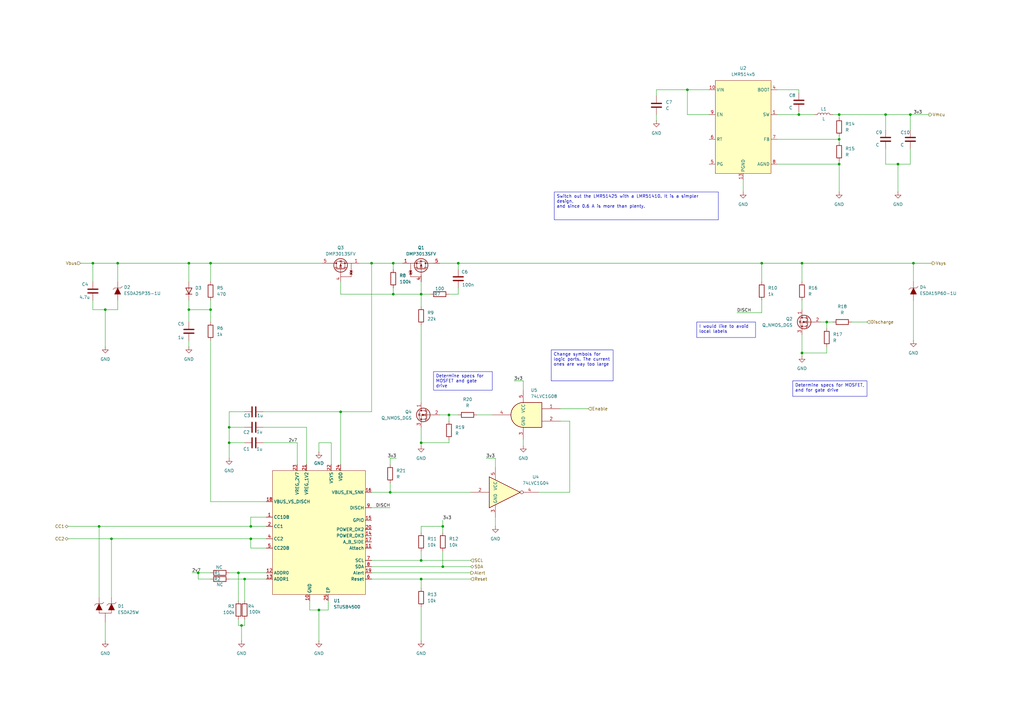
<source format=kicad_sch>
(kicad_sch (version 20231120) (generator "eeschema") (generator_version "8.0")
  (paper "A3")
  (lib_symbols
    (symbol "74xGxx:74LVC1G04"
      (property "Reference" "U" (at 0 7.62 0))
      (property "Value" "74LVC1G04" (at 5.08 -7.62 0))
      (symbol "74LVC1G04_0_1"
        (polyline (pts (xy -7.62 6.35) (xy -7.62 -6.35) (xy 5.08 0) (xy -7.62 6.35)) (stroke (width 0.254)) (fill (type background)))
      )
      (symbol "74LVC1G04_1_1"
        (pin input line (at -15.24 0 0) (length 7.62) (name "~") (number "2"))
        (pin power_in line (at -5.08 -10.16 90) (length 5.08) (name "GND") (number "3"))
        (pin output inverted (at 12.7 0 180) (length 7.62) (name "~") (number "4"))
        (pin power_in line (at -5.08 10.16 270) (length 5.08) (name "VCC") (number "5"))
      )
    )
    (symbol "74xGxx:74LVC1G08"
      (property "Reference" "U" (at -5.08 7.62 0))
      (property "Value" "74LVC1G08" (at 7.62 -7.62 0))
      (symbol "74LVC1G08_0_1"
        (arc (start 0 -5.08) (mid 5.0579 0) (end 0 5.08) (stroke (width 0.254)) (fill (type background)))
        (polyline (pts (xy 0 -5.08) (xy -7.62 -5.08) (xy -7.62 5.08) (xy 0 5.08)) (stroke (width 0.254)) (fill (type background)))
      )
      (symbol "74LVC1G08_1_1"
        (pin input line (at -15.24 2.54 0) (length 7.62) (name "~") (number "1"))
        (pin input line (at -15.24 -2.54 0) (length 7.62) (name "~") (number "2"))
        (pin power_in line (at 0 -10.16 90) (length 5.08) (name "GND") (number "3"))
        (pin output line (at 12.7 0 180) (length 7.62) (name "~") (number "4"))
        (pin power_in line (at 0 10.16 270) (length 5.08) (name "VCC") (number "5"))
      )
    )
    (symbol "Device:C" (pin_numbers hide) (pin_names (offset 0.254))
      (property "Reference" "C" (at 0.635 2.54 0))
      (property "Value" "C" (at 0.635 -2.54 0))
      (symbol "C_0_1"
        (polyline (pts (xy -2.032 -0.762) (xy 2.032 -0.762)) (stroke (width 0.508)))
        (polyline (pts (xy -2.032 0.762) (xy 2.032 0.762)) (stroke (width 0.508)))
      )
      (symbol "C_1_1"
        (pin passive line (at 0 3.81 270) (length 2.794) (name "~") (number "1"))
        (pin passive line (at 0 -3.81 90) (length 2.794) (name "~") (number "2"))
      )
    )
    (symbol "Device:D" (pin_numbers hide) (pin_names (offset 1.016) hide)
      (property "Reference" "D" (at 0 2.54 0))
      (property "Value" "D" (at 0 -2.54 0))
      (symbol "D_0_1"
        (polyline (pts (xy -1.27 1.27) (xy -1.27 -1.27)) (stroke (width 0.254)))
        (polyline (pts (xy 1.27 0) (xy -1.27 0)))
        (polyline (pts (xy 1.27 1.27) (xy 1.27 -1.27) (xy -1.27 0) (xy 1.27 1.27)) (stroke (width 0.254)))
      )
      (symbol "D_1_1"
        (pin passive line (at -3.81 0 0) (length 2.54) (name "K") (number "1"))
        (pin passive line (at 3.81 0 180) (length 2.54) (name "A") (number "2"))
      )
    )
    (symbol "Device:L" (pin_numbers hide) (pin_names (offset 1.016) hide)
      (property "Reference" "L" (at -1.27 0 90))
      (property "Value" "L" (at 1.905 0 90))
      (symbol "L_0_1"
        (arc (start 0 -2.54) (mid 0.6323 -1.905) (end 0 -1.27))
        (arc (start 0 -1.27) (mid 0.6323 -0.635) (end 0 0))
        (arc (start 0 0) (mid 0.6323 0.635) (end 0 1.27))
        (arc (start 0 1.27) (mid 0.6323 1.905) (end 0 2.54))
      )
      (symbol "L_1_1"
        (pin passive line (at 0 3.81 270) (length 1.27) (name "1") (number "1"))
        (pin passive line (at 0 -3.81 90) (length 1.27) (name "2") (number "2"))
      )
    )
    (symbol "Device:Q_NMOS_DGS" (pin_names (offset 0) hide)
      (property "Reference" "Q" (at 5.08 1.27 0))
      (property "Value" "Q_NMOS_DGS" (at 5.08 -1.27 0))
      (symbol "Q_NMOS_DGS_0_1"
        (polyline (pts (xy 0.254 0) (xy -2.54 0)))
        (polyline (pts (xy 0.254 1.905) (xy 0.254 -1.905)) (stroke (width 0.254)))
        (polyline (pts (xy 0.762 -1.27) (xy 0.762 -2.286)) (stroke (width 0.254)))
        (polyline (pts (xy 0.762 0.508) (xy 0.762 -0.508)) (stroke (width 0.254)))
        (polyline (pts (xy 0.762 2.286) (xy 0.762 1.27)) (stroke (width 0.254)))
        (polyline (pts (xy 2.54 2.54) (xy 2.54 1.778)))
        (polyline (pts (xy 2.54 -2.54) (xy 2.54 0) (xy 0.762 0)))
        (polyline (pts (xy 0.762 -1.778) (xy 3.302 -1.778) (xy 3.302 1.778) (xy 0.762 1.778)))
        (polyline (pts (xy 1.016 0) (xy 2.032 0.381) (xy 2.032 -0.381) (xy 1.016 0)) (fill (type outline)))
        (polyline (pts (xy 2.794 0.508) (xy 2.921 0.381) (xy 3.683 0.381) (xy 3.81 0.254)))
        (polyline (pts (xy 3.302 0.381) (xy 2.921 -0.254) (xy 3.683 -0.254) (xy 3.302 0.381)))
        (circle (center 1.651 0) (radius 2.794) (stroke (width 0.254)))
        (circle (center 2.54 -1.778) (radius 0.254) (fill (type outline)))
        (circle (center 2.54 1.778) (radius 0.254) (fill (type outline)))
      )
      (symbol "Q_NMOS_DGS_1_1"
        (pin passive line (at 2.54 5.08 270) (length 2.54) (name "D") (number "1"))
        (pin input line (at -5.08 0 0) (length 2.54) (name "G") (number "2"))
        (pin passive line (at 2.54 -5.08 90) (length 2.54) (name "S") (number "3"))
      )
    )
    (symbol "Device:R" (pin_numbers hide) (pin_names (offset 0))
      (property "Reference" "R" (at 2.032 0 90))
      (property "Value" "R" (at 0 0 90))
      (symbol "R_0_1"
        (rectangle (start -1.016 -2.54) (end 1.016 2.54) (stroke (width 0.254)))
      )
      (symbol "R_1_1"
        (pin passive line (at 0 3.81 270) (length 1.27) (name "~") (number "1"))
        (pin passive line (at 0 -3.81 90) (length 1.27) (name "~") (number "2"))
      )
    )
    (symbol "Pyllr_Converter_DCDC:LMR514x5"
      (property "Reference" "U" (at 0 2.54 0))
      (property "Value" "LMR514x5" (at 0.254 0.254 0))
      (symbol "LMR514x5_1_1"
        (rectangle (start -11.43 19.05) (end 11.43 -19.05) (fill (type background)))
        (pin power_out line (at 13.97 5.08 180) (length 2.54) (name "SW") (number "1"))
        (pin power_in line (at -13.97 15.24 0) (length 2.54) (name "VIN") (number "10"))
        (pin power_in line (at -13.97 15.24 0) (length 2.54) hide (name "VIN") (number "11"))
        (pin power_in line (at -13.97 15.24 0) (length 2.54) hide (name "VIN") (number "12"))
        (pin power_out line (at 0 -21.59 90) (length 2.54) (name "PGND") (number "13"))
        (pin power_out line (at 13.97 5.08 180) (length 2.54) hide (name "SW") (number "2"))
        (pin power_out line (at 13.97 5.08 180) (length 2.54) hide (name "SW") (number "3"))
        (pin passive line (at 13.97 15.24 180) (length 2.54) (name "BOOT") (number "4"))
        (pin open_collector line (at -13.97 -15.24 0) (length 2.54) (name "PG") (number "5"))
        (pin passive line (at -13.97 -5.08 0) (length 2.54) (name "RT") (number "6"))
        (pin passive line (at 13.97 -5.08 180) (length 2.54) (name "FB") (number "7"))
        (pin power_out line (at 13.97 -15.24 180) (length 2.54) (name "AGND") (number "8"))
        (pin input line (at -13.97 5.08 0) (length 2.54) (name "EN") (number "9"))
      )
    )
    (symbol "Pyllr_Interface_USB:STUSB4500QTR"
      (property "Reference" "U" (at 0.127 1.905 0))
      (property "Value" "STUSB4500" (at -0.127 -0.381 0))
      (symbol "STUSB4500QTR_1_1"
        (rectangle (start -19.05 25.4) (end 19.05 -25.4) (fill (type background)))
        (pin bidirectional line (at -21.59 6.35 0) (length 2.54) (name "CC1DB") (number "1"))
        (pin power_out line (at -3.81 -27.94 90) (length 2.54) (name "GND") (number "10"))
        (pin output line (at 21.59 -6.35 180) (length 2.54) (name "Attach") (number "11"))
        (pin input line (at -21.59 -16.51 0) (length 2.54) (name "ADDR0") (number "12"))
        (pin input line (at -21.59 -19.05 0) (length 2.54) (name "ADDR1") (number "13"))
        (pin output line (at 21.59 -1.27 180) (length 2.54) (name "POWER_OK3") (number "14"))
        (pin output line (at 21.59 5.08 180) (length 2.54) (name "GPIO") (number "15"))
        (pin open_collector line (at 21.59 16.51 180) (length 2.54) (name "VBUS_EN_SNK") (number "16"))
        (pin output line (at 21.59 -3.81 180) (length 2.54) (name "A_B_SIDE") (number "17"))
        (pin open_collector line (at -21.59 12.7 0) (length 2.54) (name "VBUS_VS_DISCH") (number "18"))
        (pin output line (at 21.59 -16.51 180) (length 2.54) (name "Alert") (number "19"))
        (pin bidirectional line (at -21.59 2.54 0) (length 2.54) (name "CC1") (number "2"))
        (pin output line (at 21.59 1.27 180) (length 2.54) (name "POWER_OK2") (number "20"))
        (pin power_out line (at -5.08 27.94 270) (length 2.54) (name "VREG_1V2") (number "21"))
        (pin power_in line (at 5.08 27.94 270) (length 2.54) (name "VSYS") (number "22"))
        (pin power_out line (at -8.89 27.94 270) (length 2.54) (name "VREG_2V7") (number "23"))
        (pin power_in line (at 8.89 27.94 270) (length 2.54) (name "VDD") (number "24"))
        (pin power_out line (at 3.81 -27.94 90) (length 2.54) (name "EP") (number "25"))
        (pin no_connect line (at 0 -27.94 90) (length 2.54) hide (name "NC") (number "3"))
        (pin bidirectional line (at -21.59 -2.54 0) (length 2.54) (name "CC2") (number "4"))
        (pin bidirectional line (at -21.59 -6.35 0) (length 2.54) (name "CC2DB") (number "5"))
        (pin input line (at 21.59 -19.05 180) (length 2.54) (name "Reset") (number "6"))
        (pin input line (at 21.59 -11.43 180) (length 2.54) (name "SCL") (number "7"))
        (pin bidirectional line (at 21.59 -13.97 180) (length 2.54) (name "SDA") (number "8"))
        (pin open_collector line (at 21.59 10.16 180) (length 2.54) (name "DISCH") (number "9"))
      )
    )
    (symbol "Pyllr_Power_Protection:ESDA25W" (pin_numbers hide) (pin_names hide)
      (property "Reference" "D" (at 5.842 -0.127 0))
      (property "Value" "ESDA25W" (at 9.652 -2.286 0))
      (symbol "ESDA25W_0_1"
        (polyline (pts (xy 0 -2.54) (xy 0 -3.81)))
        (polyline (pts (xy 2.54 -1.27) (xy 2.54 -2.54) (xy -2.54 -2.54) (xy -2.54 -1.27)))
      )
      (symbol "ESDA25W_1_1"
        (polyline (pts (xy -2.54 1.27) (xy -3.81 1.27) (xy -4.445 0.635)))
        (polyline (pts (xy -2.54 1.27) (xy -1.27 1.27) (xy -0.635 1.905)))
        (polyline (pts (xy 2.54 1.27) (xy 1.27 1.27) (xy 0.635 0.635)))
        (polyline (pts (xy 2.54 1.27) (xy 3.81 1.27) (xy 4.445 1.905)))
        (polyline (pts (xy -3.81 -1.27) (xy -1.27 -1.27) (xy -2.54 1.27) (xy -3.81 -1.27)) (fill (type outline)))
        (polyline (pts (xy 1.27 -1.27) (xy 3.81 -1.27) (xy 2.54 1.27) (xy 1.27 -1.27)) (fill (type outline)))
        (pin passive line (at 2.54 3.81 270) (length 2.54) (name "~") (number "1"))
        (pin passive line (at -2.54 3.81 270) (length 2.54) (name "~") (number "2"))
        (pin passive line (at 0 -6.35 90) (length 2.54) (name "~") (number "3"))
      )
    )
    (symbol "Pyllr_Power_Protection:ESDAxxPxx-1U" (pin_numbers hide) (pin_names hide)
      (property "Reference" "D" (at 3.683 1.27 0))
      (property "Value" "ESDAxxPxx-1U" (at 10.16 -1.143 0))
      (symbol "ESDAxxPxx-1U_1_1"
        (polyline (pts (xy 0 1.27) (xy -1.27 1.27) (xy -1.905 0.635)))
        (polyline (pts (xy 0 1.27) (xy 1.27 1.27) (xy 1.905 1.905)))
        (polyline (pts (xy -1.27 -1.27) (xy 1.27 -1.27) (xy 0 1.27) (xy -1.27 -1.27)) (fill (type outline)))
        (pin passive line (at 0 3.81 270) (length 2.54) (name "~") (number "1"))
        (pin passive line (at 0 -3.81 90) (length 2.54) (name "~") (number "2"))
      )
    )
    (symbol "Pyllr_Transistor_FET:DMP3013SFV"
      (property "Reference" "Q" (at 3.302 0.508 0))
      (property "Value" "DMP3013SFV" (at 8.89 -1.778 0))
      (symbol "DMP3013SFV_0_1"
        (circle (center -0.889 0) (radius 2.794) (stroke (width 0.254)))
        (circle (center 0 -1.778) (radius 0.254) (fill (type outline)))
        (polyline (pts (xy -2.286 0) (xy -5.08 0)))
        (polyline (pts (xy -2.286 1.905) (xy -2.286 -1.905)) (stroke (width 0.254)))
        (polyline (pts (xy -1.778 -1.27) (xy -1.778 -2.286)) (stroke (width 0.254)))
        (polyline (pts (xy -1.778 0.508) (xy -1.778 -0.508)) (stroke (width 0.254)))
        (polyline (pts (xy -1.778 2.286) (xy -1.778 1.27)) (stroke (width 0.254)))
        (polyline (pts (xy 0 -1.905) (xy 0 -5.08)))
        (polyline (pts (xy 0 2.54) (xy 0 1.778)))
        (polyline (pts (xy 0 5.08) (xy 0 1.905)))
        (polyline (pts (xy 0 -2.54) (xy 0 0) (xy -1.778 0)))
        (polyline (pts (xy -1.778 1.778) (xy 0.762 1.778) (xy 0.762 -1.778) (xy -1.778 -1.778)))
        (polyline (pts (xy -0.254 0) (xy -1.27 0.381) (xy -1.27 -0.381) (xy -0.254 0)) (fill (type outline)))
        (polyline (pts (xy 0.254 -0.508) (xy 0.381 -0.381) (xy 1.143 -0.381) (xy 1.27 -0.254)))
        (polyline (pts (xy 0.762 -0.381) (xy 0.381 0.254) (xy 1.143 0.254) (xy 0.762 -0.381)))
        (circle (center 0 1.778) (radius 0.254) (fill (type outline)))
      )
      (symbol "DMP3013SFV_1_1"
        (polyline (pts (xy -3.048 -4.318) (xy 0 -4.318)))
        (polyline (pts (xy -4.572 -4.318) (xy -5.588 -4.318) (xy -5.588 0)))
        (polyline (pts (xy -3.81 -4.318) (xy -3.81 -4.826) (xy -3.556 -5.08)))
        (polyline (pts (xy -3.81 -4.318) (xy -3.81 -3.81) (xy -4.064 -3.556)))
        (polyline (pts (xy -3.81 -4.318) (xy -4.572 -3.81) (xy -4.572 -4.826) (xy -3.81 -4.318)) (fill (type outline)))
        (polyline (pts (xy -3.81 -4.318) (xy -3.048 -4.826) (xy -3.048 -3.81) (xy -3.81 -4.318)) (fill (type outline)))
        (pin passive line (at 0 -7.62 90) (length 2.54) (name "~") (number "1"))
        (pin passive line (at 0 -7.62 90) (length 2.54) hide (name "~") (number "2"))
        (pin passive line (at 0 -7.62 90) (length 2.54) hide (name "~") (number "3"))
        (pin input line (at -7.62 0 0) (length 2.54) (name "~") (number "4"))
        (pin passive line (at 0 7.62 270) (length 2.54) (name "~") (number "5"))
      )
    )
    (symbol "power:GND" (power) (pin_numbers hide) (pin_names (offset 0) hide)
      (property "Value" "GND" (at 0 -3.81 0))
      (symbol "GND_0_1"
        (polyline (pts (xy 0 0) (xy 0 -1.27) (xy 1.27 -1.27) (xy 0 -2.54) (xy -1.27 -1.27) (xy 0 -1.27)))
      )
      (symbol "GND_1_1"
        (pin power_in line (at 0 0 270) (length 0) (name "~") (number "1"))
      )
    )
  )
  (junction (at 86.36 127))
  (junction (at 281.94 36.83))
  (junction (at 48.26 107.95))
  (junction (at 93.98 181.61))
  (junction (at 187.96 107.95))
  (junction (at 181.61 232.41))
  (junction (at 161.29 107.95))
  (junction (at 327.66 46.99))
  (junction (at 40.64 215.9))
  (junction (at 373.38 46.99))
  (junction (at 152.4 107.95))
  (junction (at 339.09 132.08))
  (junction (at 38.1 107.95))
  (junction (at 100.33 237.49))
  (junction (at 172.72 237.49))
  (junction (at 93.98 175.26))
  (junction (at 139.7 168.91))
  (junction (at 328.93 107.95))
  (junction (at 81.28 234.95))
  (junction (at 328.93 144.78))
  (junction (at 77.47 127))
  (junction (at 130.81 250.19))
  (junction (at 344.17 67.31))
  (junction (at 181.61 215.9))
  (junction (at 172.72 229.87))
  (junction (at 86.36 107.95))
  (junction (at 363.22 46.99))
  (junction (at 344.17 46.99))
  (junction (at 45.72 220.98))
  (junction (at 77.47 107.95))
  (junction (at 344.17 57.15))
  (junction (at 184.15 170.18))
  (junction (at 312.42 107.95))
  (junction (at 172.72 120.65))
  (junction (at 102.87 220.98))
  (junction (at 160.02 201.93))
  (junction (at 43.18 127))
  (junction (at 161.29 120.65))
  (junction (at 172.72 181.61))
  (junction (at 99.06 256.54))
  (junction (at 374.65 107.95))
  (junction (at 368.3 67.31))
  (junction (at 102.87 215.9))
  (junction (at 97.79 234.95))
  (wire (pts (xy 152.4 237.49) (xy 172.72 237.49)))
  (wire (pts (xy 374.65 123.19) (xy 374.65 139.7)))
  (wire (pts (xy 339.09 132.08) (xy 339.09 134.62)))
  (wire (pts (xy 77.47 107.95) (xy 77.47 115.57)))
  (wire (pts (xy 93.98 168.91) (xy 93.98 175.26)))
  (wire (pts (xy 172.72 120.65) (xy 172.72 125.73)))
  (wire (pts (xy 328.93 107.95) (xy 328.93 115.57)))
  (wire (pts (xy 40.64 215.9) (xy 40.64 245.11)))
  (wire (pts (xy 312.42 107.95) (xy 312.42 115.57)))
  (wire (pts (xy 48.26 107.95) (xy 77.47 107.95)))
  (wire (pts (xy 77.47 127) (xy 86.36 127)))
  (wire (pts (xy 269.24 36.83) (xy 281.94 36.83)))
  (wire (pts (xy 363.22 67.31) (xy 368.3 67.31)))
  (wire (pts (xy 363.22 60.96) (xy 363.22 67.31)))
  (wire (pts (xy 373.38 60.96) (xy 373.38 67.31)))
  (wire (pts (xy 172.72 181.61) (xy 184.15 181.61)))
  (wire (pts (xy 363.22 46.99) (xy 363.22 53.34)))
  (wire (pts (xy 203.2 187.96) (xy 199.39 187.96)))
  (wire (pts (xy 135.89 181.61) (xy 130.81 181.61)))
  (wire (pts (xy 86.36 139.7) (xy 86.36 205.74)))
  (wire (pts (xy 172.72 181.61) (xy 172.72 182.88)))
  (wire (pts (xy 318.77 36.83) (xy 327.66 36.83)))
  (wire (pts (xy 48.26 107.95) (xy 48.26 115.57)))
  (wire (pts (xy 130.81 250.19) (xy 134.62 250.19)))
  (wire (pts (xy 172.72 237.49) (xy 193.04 237.49)))
  (wire (pts (xy 195.58 170.18) (xy 201.93 170.18)))
  (wire (pts (xy 344.17 67.31) (xy 344.17 78.74)))
  (wire (pts (xy 130.81 262.89) (xy 130.81 250.19)))
  (wire (pts (xy 152.4 232.41) (xy 181.61 232.41)))
  (wire (pts (xy 344.17 46.99) (xy 363.22 46.99)))
  (wire (pts (xy 160.02 198.12) (xy 160.02 201.93)))
  (wire (pts (xy 109.22 220.98) (xy 102.87 220.98)))
  (wire (pts (xy 27.94 215.9) (xy 40.64 215.9)))
  (wire (pts (xy 135.89 190.5) (xy 135.89 181.61)))
  (wire (pts (xy 102.87 215.9) (xy 102.87 212.09)))
  (wire (pts (xy 180.34 107.95) (xy 187.96 107.95)))
  (wire (pts (xy 304.8 73.66) (xy 304.8 78.74)))
  (wire (pts (xy 125.73 175.26) (xy 125.73 190.5)))
  (wire (pts (xy 339.09 132.08) (xy 341.63 132.08)))
  (wire (pts (xy 130.81 250.19) (xy 127 250.19)))
  (wire (pts (xy 152.4 107.95) (xy 161.29 107.95)))
  (wire (pts (xy 344.17 46.99) (xy 344.17 48.26)))
  (wire (pts (xy 220.98 201.93) (xy 233.68 201.93)))
  (wire (pts (xy 99.06 256.54) (xy 100.33 256.54)))
  (wire (pts (xy 290.83 46.99) (xy 281.94 46.99)))
  (wire (pts (xy 38.1 127) (xy 43.18 127)))
  (wire (pts (xy 38.1 107.95) (xy 48.26 107.95)))
  (wire (pts (xy 210.82 156.21) (xy 214.63 156.21)))
  (wire (pts (xy 172.72 133.35) (xy 172.72 165.1)))
  (wire (pts (xy 77.47 107.95) (xy 86.36 107.95)))
  (wire (pts (xy 344.17 55.88) (xy 344.17 57.15)))
  (wire (pts (xy 312.42 107.95) (xy 328.93 107.95)))
  (wire (pts (xy 312.42 123.19) (xy 312.42 128.27)))
  (wire (pts (xy 127 250.19) (xy 127 246.38)))
  (wire (pts (xy 336.55 132.08) (xy 339.09 132.08)))
  (wire (pts (xy 187.96 118.11) (xy 187.96 120.65)))
  (wire (pts (xy 38.1 107.95) (xy 38.1 115.57)))
  (wire (pts (xy 93.98 175.26) (xy 93.98 181.61)))
  (wire (pts (xy 184.15 170.18) (xy 187.96 170.18)))
  (wire (pts (xy 130.81 181.61) (xy 130.81 185.42)))
  (wire (pts (xy 318.77 67.31) (xy 344.17 67.31)))
  (wire (pts (xy 81.28 237.49) (xy 86.36 237.49)))
  (wire (pts (xy 152.4 208.28) (xy 160.02 208.28)))
  (wire (pts (xy 328.93 144.78) (xy 328.93 146.05)))
  (wire (pts (xy 134.62 250.19) (xy 134.62 246.38)))
  (wire (pts (xy 100.33 256.54) (xy 100.33 254)))
  (wire (pts (xy 181.61 232.41) (xy 181.61 226.06)))
  (wire (pts (xy 139.7 120.65) (xy 161.29 120.65)))
  (wire (pts (xy 161.29 107.95) (xy 161.29 110.49)))
  (wire (pts (xy 368.3 67.31) (xy 368.3 78.74)))
  (wire (pts (xy 172.72 215.9) (xy 172.72 218.44)))
  (wire (pts (xy 318.77 57.15) (xy 344.17 57.15)))
  (wire (pts (xy 181.61 215.9) (xy 181.61 218.44)))
  (wire (pts (xy 344.17 67.31) (xy 344.17 66.04)))
  (wire (pts (xy 269.24 46.99) (xy 269.24 49.53)))
  (wire (pts (xy 77.47 123.19) (xy 77.47 127)))
  (wire (pts (xy 81.28 234.95) (xy 86.36 234.95)))
  (wire (pts (xy 172.72 175.26) (xy 172.72 181.61)))
  (wire (pts (xy 341.63 46.99) (xy 344.17 46.99)))
  (wire (pts (xy 184.15 180.34) (xy 184.15 181.61)))
  (wire (pts (xy 107.95 168.91) (xy 139.7 168.91)))
  (wire (pts (xy 152.4 168.91) (xy 152.4 107.95)))
  (wire (pts (xy 147.32 107.95) (xy 152.4 107.95)))
  (wire (pts (xy 93.98 237.49) (xy 100.33 237.49)))
  (wire (pts (xy 86.36 127) (xy 86.36 132.08)))
  (wire (pts (xy 363.22 46.99) (xy 373.38 46.99)))
  (wire (pts (xy 102.87 220.98) (xy 102.87 224.79)))
  (wire (pts (xy 172.72 120.65) (xy 172.72 115.57)))
  (wire (pts (xy 86.36 205.74) (xy 109.22 205.74)))
  (wire (pts (xy 187.96 107.95) (xy 312.42 107.95)))
  (wire (pts (xy 187.96 120.65) (xy 184.15 120.65)))
  (wire (pts (xy 152.4 201.93) (xy 160.02 201.93)))
  (wire (pts (xy 328.93 107.95) (xy 374.65 107.95)))
  (wire (pts (xy 97.79 256.54) (xy 99.06 256.54)))
  (wire (pts (xy 97.79 254) (xy 97.79 256.54)))
  (wire (pts (xy 107.95 181.61) (xy 121.92 181.61)))
  (wire (pts (xy 109.22 215.9) (xy 102.87 215.9)))
  (wire (pts (xy 86.36 107.95) (xy 132.08 107.95)))
  (wire (pts (xy 281.94 36.83) (xy 281.94 46.99)))
  (wire (pts (xy 45.72 220.98) (xy 45.72 245.11)))
  (wire (pts (xy 97.79 234.95) (xy 97.79 246.38)))
  (wire (pts (xy 328.93 137.16) (xy 328.93 144.78)))
  (wire (pts (xy 78.74 234.95) (xy 81.28 234.95)))
  (wire (pts (xy 172.72 229.87) (xy 193.04 229.87)))
  (wire (pts (xy 374.65 107.95) (xy 374.65 115.57)))
  (wire (pts (xy 161.29 118.11) (xy 161.29 120.65)))
  (wire (pts (xy 233.68 172.72) (xy 229.87 172.72)))
  (wire (pts (xy 33.02 107.95) (xy 38.1 107.95)))
  (wire (pts (xy 269.24 36.83) (xy 269.24 39.37)))
  (wire (pts (xy 77.47 127) (xy 77.47 132.08)))
  (wire (pts (xy 368.3 67.31) (xy 373.38 67.31)))
  (wire (pts (xy 214.63 180.34) (xy 214.63 182.88)))
  (wire (pts (xy 181.61 232.41) (xy 193.04 232.41)))
  (wire (pts (xy 373.38 46.99) (xy 373.38 53.34)))
  (wire (pts (xy 100.33 237.49) (xy 100.33 246.38)))
  (wire (pts (xy 160.02 187.96) (xy 162.56 187.96)))
  (wire (pts (xy 27.94 220.98) (xy 45.72 220.98)))
  (wire (pts (xy 102.87 212.09) (xy 109.22 212.09)))
  (wire (pts (xy 373.38 46.99) (xy 381 46.99)))
  (wire (pts (xy 97.79 234.95) (xy 109.22 234.95)))
  (wire (pts (xy 139.7 168.91) (xy 152.4 168.91)))
  (wire (pts (xy 339.09 144.78) (xy 328.93 144.78)))
  (wire (pts (xy 77.47 139.7) (xy 77.47 142.24)))
  (wire (pts (xy 102.87 224.79) (xy 109.22 224.79)))
  (wire (pts (xy 374.65 107.95) (xy 382.27 107.95)))
  (wire (pts (xy 327.66 36.83) (xy 327.66 38.1)))
  (wire (pts (xy 181.61 215.9) (xy 172.72 215.9)))
  (wire (pts (xy 81.28 234.95) (xy 81.28 237.49)))
  (wire (pts (xy 181.61 213.36) (xy 181.61 215.9)))
  (wire (pts (xy 318.77 46.99) (xy 327.66 46.99)))
  (wire (pts (xy 328.93 123.19) (xy 328.93 127)))
  (wire (pts (xy 214.63 160.02) (xy 214.63 156.21)))
  (wire (pts (xy 339.09 142.24) (xy 339.09 144.78)))
  (wire (pts (xy 45.72 220.98) (xy 102.87 220.98)))
  (wire (pts (xy 139.7 168.91) (xy 139.7 190.5)))
  (wire (pts (xy 172.72 229.87) (xy 172.72 226.06)))
  (wire (pts (xy 38.1 123.19) (xy 38.1 127)))
  (wire (pts (xy 344.17 57.15) (xy 344.17 58.42)))
  (wire (pts (xy 203.2 191.77) (xy 203.2 187.96)))
  (wire (pts (xy 139.7 120.65) (xy 139.7 115.57)))
  (wire (pts (xy 233.68 201.93) (xy 233.68 172.72)))
  (wire (pts (xy 99.06 256.54) (xy 99.06 262.89)))
  (wire (pts (xy 100.33 181.61) (xy 93.98 181.61)))
  (wire (pts (xy 152.4 234.95) (xy 193.04 234.95)))
  (wire (pts (xy 172.72 237.49) (xy 172.72 241.3)))
  (wire (pts (xy 187.96 107.95) (xy 187.96 110.49)))
  (wire (pts (xy 86.36 123.19) (xy 86.36 127)))
  (wire (pts (xy 160.02 190.5) (xy 160.02 187.96)))
  (wire (pts (xy 43.18 127) (xy 43.18 142.24)))
  (wire (pts (xy 161.29 120.65) (xy 172.72 120.65)))
  (wire (pts (xy 40.64 215.9) (xy 102.87 215.9)))
  (wire (pts (xy 229.87 167.64) (xy 241.3 167.64)))
  (wire (pts (xy 100.33 168.91) (xy 93.98 168.91)))
  (wire (pts (xy 43.18 255.27) (xy 43.18 262.89)))
  (wire (pts (xy 93.98 181.61) (xy 93.98 187.96)))
  (wire (pts (xy 327.66 45.72) (xy 327.66 46.99)))
  (wire (pts (xy 93.98 234.95) (xy 97.79 234.95)))
  (wire (pts (xy 172.72 248.92) (xy 172.72 262.89)))
  (wire (pts (xy 48.26 123.19) (xy 48.26 127)))
  (wire (pts (xy 86.36 107.95) (xy 86.36 115.57)))
  (wire (pts (xy 152.4 229.87) (xy 172.72 229.87)))
  (wire (pts (xy 203.2 212.09) (xy 203.2 215.9)))
  (wire (pts (xy 100.33 237.49) (xy 109.22 237.49)))
  (wire (pts (xy 161.29 107.95) (xy 165.1 107.95)))
  (wire (pts (xy 302.26 128.27) (xy 312.42 128.27)))
  (wire (pts (xy 184.15 170.18) (xy 184.15 172.72)))
  (wire (pts (xy 180.34 170.18) (xy 184.15 170.18)))
  (wire (pts (xy 43.18 127) (xy 48.26 127)))
  (wire (pts (xy 281.94 36.83) (xy 290.83 36.83)))
  (wire (pts (xy 172.72 120.65) (xy 176.53 120.65)))
  (wire (pts (xy 349.25 132.08) (xy 355.6 132.08)))
  (wire (pts (xy 327.66 46.99) (xy 334.01 46.99)))
  (wire (pts (xy 121.92 181.61) (xy 121.92 190.5)))
  (wire (pts (xy 160.02 201.93) (xy 193.04 201.93)))
  (wire (pts (xy 107.95 175.26) (xy 125.73 175.26)))
  (wire (pts (xy 100.33 175.26) (xy 93.98 175.26)))
  (text_box "Determine specs for MOSFET, and for gate drive" (at 325.12 156.21 0) (size 30.48 6.35) (effects (font (size 1.27 1.27)) (justify left top)))
  (text_box "Switch out the LMR51425 with a LMR51410. It is a simpler design,\nand since 0.6 A is more than plenty." (at 227.33 78.74 0) (size 67.31 11.43) (effects (font (size 1.27 1.27)) (justify left top)))
  (text_box "I would like to avoid local labels" (at 285.75 132.08 0) (size 24.13 6.35) (effects (font (size 1.27 1.27)) (justify left top)))
  (text_box "Determine specs for MOSFET and gate drive" (at 177.8 152.4 0) (size 24.13 7.62) (effects (font (size 1.27 1.27)) (justify left top)))
  (text_box "Change symbols for logic ports. The current ones are way too large" (at 226.06 143.51 0) (size 25.4 12.7) (effects (font (size 1.27 1.27)) (justify left top)))
  (label "3v3" (at 210.82 156.21 0))
  (label "3v3" (at 199.39 187.96 0))
  (label "3v3" (at 162.56 187.96 180))
  (label "2v7" (at 78.74 234.95 0))
  (label "3v3" (at 374.65 46.99 0))
  (label "DISCH" (at 302.26 128.27 0))
  (label "2v7" (at 121.92 181.61 180))
  (label "3v3" (at 181.61 213.36 0))
  (label "DISCH" (at 160.02 208.28 180))
  (hierarchical_label "SCL" (shape input) (at 193.04 229.87 0))
  (hierarchical_label "CC2" (shape bidirectional) (at 27.94 220.98 180))
  (hierarchical_label "CC1" (shape bidirectional) (at 27.94 215.9 180))
  (hierarchical_label "Vsys" (shape output) (at 382.27 107.95 0))
  (hierarchical_label "Vmcu" (shape output) (at 381 46.99 0))
  (hierarchical_label "Alert" (shape output) (at 193.04 234.95 0))
  (hierarchical_label "SDA" (shape bidirectional) (at 193.04 232.41 0))
  (hierarchical_label "Enable" (shape input) (at 241.3 167.64 0))
  (hierarchical_label "Vbus" (shape input) (at 33.02 107.95 180))
  (hierarchical_label "Discharge" (shape input) (at 355.6 132.08 0))
  (hierarchical_label "Reset" (shape input) (at 193.04 237.49 0))
  (symbol (lib_id "Device:R") (at 344.17 52.07 0) (unit 1)
    (property "Reference" "R14" (at 346.71 50.7999 0) (effects (justify left)))
    (property "Value" "R" (at 346.71 53.3399 0) (effects (justify left)))
    (property "Description" "Resistor" (effects (hide yes)))
  )
  (symbol (lib_id "power:GND") (at 43.18 142.24 0) (unit 1)
    (property "Reference" "#PWR08" (effects (hide yes)))
    (property "Value" "GND" (at 43.18 147.32 0))
    (property "Description" "Power symbol creates a global label with name \"GND\" , ground" (effects (hide yes)))
  )
  (symbol (lib_id "Device:C") (at 77.47 135.89 0) (unit 1)
    (property "Reference" "C5" (at 72.898 132.8419 0) (effects (justify left)))
    (property "Value" "1u" (at 72.898 138.4299 0) (effects (justify left)))
    (property "Description" "Unpolarized capacitor" (effects (hide yes)))
  )
  (symbol (lib_id "Device:R") (at 328.93 119.38 0) (unit 1)
    (property "Reference" "R16" (at 331.47 118.1099 0) (effects (justify left)))
    (property "Value" "R" (at 331.47 120.6499 0) (effects (justify left)))
    (property "Description" "Resistor" (effects (hide yes)))
  )
  (symbol (lib_id "Pyllr_Power_Protection:ESDAxxPxx-1U") (at 374.65 119.38 0) (unit 1)
    (property "Reference" "D4" (at 377.19 117.7924 0) (effects (justify left)))
    (property "Value" "ESDA15P60-1U" (at 377.19 120.3324 0) (effects (justify left)))
    (property "Footprint" "Pyllr_Package_DFN_QFN:QFN-2L" (effects (hide yes)))
    (property "Datasheet" "https://www.st.com/resource/en/datasheet/esda7p60-1u1m.pdf" (effects (hide yes)))
  )
  (symbol (lib_id "Device:C") (at 363.22 57.15 0) (unit 1)
    (property "Reference" "C9" (at 359.156 54.3559 0) (effects (justify left)))
    (property "Value" "C" (at 359.156 59.4359 0) (effects (justify left)))
    (property "Description" "Unpolarized capacitor" (effects (hide yes)))
  )
  (symbol (lib_id "Device:C") (at 327.66 41.91 0) (unit 1)
    (property "Reference" "C8" (at 323.596 39.1159 0) (effects (justify left)))
    (property "Value" "C" (at 323.596 44.1959 0) (effects (justify left)))
    (property "Description" "Unpolarized capacitor" (effects (hide yes)))
  )
  (symbol (lib_id "power:GND") (at 344.17 78.74 0) (unit 1)
    (property "Reference" "#PWR014" (effects (hide yes)))
    (property "Value" "GND" (at 344.17 83.82 0))
    (property "Description" "Power symbol creates a global label with name \"GND\" , ground" (effects (hide yes)))
  )
  (symbol (lib_id "power:GND") (at 214.63 182.88 0) (unit 1)
    (property "Reference" "#PWR016" (effects (hide yes)))
    (property "Value" "GND" (at 214.63 187.96 0))
    (property "Description" "Power symbol creates a global label with name \"GND\" , ground" (effects (hide yes)))
  )
  (symbol (lib_id "Device:C") (at 373.38 57.15 0) (unit 1)
    (property "Reference" "C10" (at 369.316 54.3559 0) (effects (justify left)))
    (property "Value" "C" (at 369.316 59.4359 0) (effects (justify left)))
    (property "Description" "Unpolarized capacitor" (effects (hide yes)))
  )
  (symbol (lib_id "Device:R") (at 86.36 119.38 0) (unit 1)
    (property "Reference" "R5" (at 88.9 118.1099 0) (effects (justify left)))
    (property "Value" "470" (at 88.9 120.6499 0) (effects (justify left)))
    (property "Description" "Resistor" (effects (hide yes)))
  )
  (symbol (lib_id "Device:C") (at 187.96 114.3 180) (unit 1)
    (property "Reference" "C6" (at 189.23 111.5059 0) (effects (justify right)))
    (property "Value" "100n" (at 189.484 116.8399 0) (effects (justify right)))
    (property "Description" "Unpolarized capacitor" (effects (hide yes)))
  )
  (symbol (lib_id "Pyllr_Interface_USB:STUSB4500QTR") (at 130.81 218.44 0) (unit 1)
    (property "Reference" "U1" (at 136.8141 246.38 0) (effects (justify left)))
    (property "Value" "STUSB4500" (at 136.8141 248.92 0) (effects (justify left)))
    (property "Footprint" "Pyllr_Package_DFN_QFN:QFN-24_1EP_3.95x3.95mm_P0.5mm_2.55x2.55mm" (effects (hide yes)))
    (property "Datasheet" "https://www.st.com/resource/en/datasheet/stusb4500.pdf" (effects (hide yes)))
  )
  (symbol (lib_id "Pyllr_Transistor_FET:DMP3013SFV") (at 139.7 107.95 90) (unit 1)
    (property "Reference" "Q3" (at 139.7 101.6 90))
    (property "Value" "DMP3013SFV" (at 139.7 104.14 90))
    (property "Footprint" "Pyllr_Package_SON:PowerDI3333-8-UX" (effects (hide yes)))
    (property "Datasheet" "https://nl.mouser.com/datasheet/2/115/DIOD_S_A0008513542_1-2543083.pdf" (effects (hide yes)))
  )
  (symbol (lib_id "Device:C") (at 104.14 168.91 270) (unit 1)
    (property "Reference" "C3" (at 101.346 170.434 90))
    (property "Value" "1u" (at 106.68 170.434 90))
    (property "Description" "Unpolarized capacitor" (effects (hide yes)))
  )
  (symbol (lib_id "Device:D") (at 77.47 119.38 90) (unit 1)
    (property "Reference" "D3" (at 80.01 118.1099 90) (effects (justify right)))
    (property "Value" "D" (at 80.01 120.6499 90) (effects (justify right)))
    (property "Description" "Diode" (effects (hide yes)))
    (property "Sim.Device" "D" (effects (hide yes)))
    (property "Sim.Pins" "1=K 2=A" (effects (hide yes)))
  )
  (symbol (lib_id "Pyllr_Converter_DCDC:LMR514x5") (at 304.8 52.07 0) (unit 1)
    (property "Reference" "U2" (at 304.8 27.94 0))
    (property "Value" "LMR514x5" (at 304.8 30.48 0))
    (property "Datasheet" "https://www.ti.com/lit/ds/symlink/lmr51435-q1.pdf?ts=1732636581600&ref_url=https%253A%252F%252Fwww.ti.com%252Fpower-management%252Facdc-dcdc-converters%252Fproducts.html" (effects (hide yes)))
  )
  (symbol (lib_id "Device:R") (at 172.72 222.25 0) (unit 1)
    (property "Reference" "R11" (at 175.26 220.9799 0) (effects (justify left)))
    (property "Value" "10k" (at 175.26 223.5199 0) (effects (justify left)))
    (property "Description" "Resistor" (effects (hide yes)))
  )
  (symbol (lib_id "74xGxx:74LVC1G04") (at 208.28 201.93 0) (unit 1)
    (property "Reference" "U4" (at 219.71 195.6114 0))
    (property "Value" "74LVC1G04" (at 219.71 198.1514 0))
    (property "Datasheet" "https://www.ti.com/lit/ds/symlink/sn74lvc1g04.pdf" (effects (hide yes)))
    (property "Description" "Single NOT Gate, Low-Voltage CMOS" (effects (hide yes)))
  )
  (symbol (lib_id "Device:R") (at 345.44 132.08 90) (unit 1)
    (property "Reference" "R18" (at 345.44 125.73 90))
    (property "Value" "R" (at 345.44 128.27 90))
    (property "Description" "Resistor" (effects (hide yes)))
  )
  (symbol (lib_id "Device:Q_NMOS_DGS") (at 331.47 132.08 0) (mirror y) (unit 1)
    (property "Reference" "Q2" (at 325.12 130.8099 0) (effects (justify left)))
    (property "Value" "Q_NMOS_DGS" (at 325.12 133.3499 0) (effects (justify left)))
    (property "Description" "N-MOSFET transistor, drain/gate/source" (effects (hide yes)))
  )
  (symbol (lib_id "Device:R") (at 181.61 222.25 0) (unit 1)
    (property "Reference" "R12" (at 184.15 220.9799 0) (effects (justify left)))
    (property "Value" "10k" (at 184.15 223.5199 0) (effects (justify left)))
    (property "Description" "Resistor" (effects (hide yes)))
  )
  (symbol (lib_id "power:GND") (at 328.93 146.05 0) (unit 1)
    (property "Reference" "#PWR06" (effects (hide yes)))
    (property "Value" "GND" (at 328.93 151.13 0))
    (property "Description" "Power symbol creates a global label with name \"GND\" , ground" (effects (hide yes)))
  )
  (symbol (lib_id "Device:C") (at 104.14 175.26 270) (unit 1)
    (property "Reference" "C2" (at 101.092 177.292 90))
    (property "Value" "1u" (at 106.426 177.038 90))
    (property "Description" "Unpolarized capacitor" (effects (hide yes)))
  )
  (symbol (lib_id "power:GND") (at 172.72 182.88 0) (unit 1)
    (property "Reference" "#PWR015" (effects (hide yes)))
    (property "Value" "GND" (at 172.72 187.96 0))
    (property "Description" "Power symbol creates a global label with name \"GND\" , ground" (effects (hide yes)))
  )
  (symbol (lib_id "power:GND") (at 93.98 187.96 0) (unit 1)
    (property "Reference" "#PWR05" (effects (hide yes)))
    (property "Value" "GND" (at 93.98 193.04 0))
    (property "Description" "Power symbol creates a global label with name \"GND\" , ground" (effects (hide yes)))
  )
  (symbol (lib_id "Device:R") (at 90.17 237.49 90) (unit 1)
    (property "Reference" "R2" (at 89.154 237.49 90))
    (property "Value" "NC" (at 90.17 239.776 90))
    (property "Description" "Resistor" (effects (hide yes)))
  )
  (symbol (lib_id "Device:R") (at 97.79 250.19 180) (unit 1)
    (property "Reference" "R3" (at 93.472 248.6659 0) (effects (justify right)))
    (property "Value" "100k" (at 91.44 251.2059 0) (effects (justify right)))
    (property "Description" "Resistor" (effects (hide yes)))
  )
  (symbol (lib_id "power:GND") (at 172.72 262.89 0) (unit 1)
    (property "Reference" "#PWR011" (effects (hide yes)))
    (property "Value" "GND" (at 172.72 267.97 0))
    (property "Description" "Power symbol creates a global label with name \"GND\" , ground" (effects (hide yes)))
  )
  (symbol (lib_id "power:GND") (at 77.47 142.24 0) (unit 1)
    (property "Reference" "#PWR09" (effects (hide yes)))
    (property "Value" "GND" (at 77.47 147.32 0))
    (property "Description" "Power symbol creates a global label with name \"GND\" , ground" (effects (hide yes)))
  )
  (symbol (lib_id "Device:R") (at 184.15 176.53 0) (unit 1)
    (property "Reference" "R19" (at 186.69 175.2599 0) (effects (justify left)))
    (property "Value" "R" (at 186.69 177.7999 0) (effects (justify left)))
    (property "Description" "Resistor" (effects (hide yes)))
  )
  (symbol (lib_id "power:GND") (at 43.18 262.89 0) (unit 1)
    (property "Reference" "#PWR02" (effects (hide yes)))
    (property "Value" "GND" (at 43.18 267.97 0))
    (property "Description" "Power symbol creates a global label with name \"GND\" , ground" (effects (hide yes)))
  )
  (symbol (lib_id "Device:R") (at 344.17 62.23 0) (unit 1)
    (property "Reference" "R15" (at 346.71 60.9599 0) (effects (justify left)))
    (property "Value" "R" (at 346.71 63.4999 0) (effects (justify left)))
    (property "Description" "Resistor" (effects (hide yes)))
  )
  (symbol (lib_id "Device:R") (at 172.72 129.54 180) (unit 1)
    (property "Reference" "R9" (at 175.26 128.2699 0) (effects (justify right)))
    (property "Value" "22k" (at 175.26 130.8099 0) (effects (justify right)))
    (property "Description" "Resistor" (effects (hide yes)))
  )
  (symbol (lib_id "Device:R") (at 191.77 170.18 90) (unit 1)
    (property "Reference" "R20" (at 191.77 163.83 90))
    (property "Value" "R" (at 191.77 166.37 90))
    (property "Description" "Resistor" (effects (hide yes)))
  )
  (symbol (lib_id "Device:Q_NMOS_DGS") (at 175.26 170.18 0) (mirror y) (unit 1)
    (property "Reference" "Q4" (at 168.91 168.9099 0) (effects (justify left)))
    (property "Value" "Q_NMOS_DGS" (at 168.91 171.4499 0) (effects (justify left)))
    (property "Description" "N-MOSFET transistor, drain/gate/source" (effects (hide yes)))
  )
  (symbol (lib_id "Pyllr_Transistor_FET:DMP3013SFV") (at 172.72 107.95 270) (mirror x) (unit 1)
    (property "Reference" "Q1" (at 172.72 101.6 90))
    (property "Value" "DMP3013SFV" (at 172.72 104.14 90))
    (property "Footprint" "Pyllr_Package_SON:PowerDI3333-8-UX" (effects (hide yes)))
    (property "Datasheet" "https://nl.mouser.com/datasheet/2/115/DIOD_S_A0008513542_1-2543083.pdf" (effects (hide yes)))
  )
  (symbol (lib_id "Device:C") (at 269.24 43.18 0) (unit 1)
    (property "Reference" "C7" (at 273.05 41.9099 0) (effects (justify left)))
    (property "Value" "C" (at 273.05 44.4499 0) (effects (justify left)))
    (property "Description" "Unpolarized capacitor" (effects (hide yes)))
  )
  (symbol (lib_id "power:GND") (at 99.06 262.89 0) (unit 1)
    (property "Reference" "#PWR03" (effects (hide yes)))
    (property "Value" "GND" (at 99.06 267.97 0))
    (property "Description" "Power symbol creates a global label with name \"GND\" , ground" (effects (hide yes)))
  )
  (symbol (lib_id "74xGxx:74LVC1G08") (at 214.63 170.18 0) (mirror y) (unit 1)
    (property "Reference" "U5" (at 217.6465 160.02 0) (effects (justify right)))
    (property "Value" "74LVC1G08" (at 217.6465 162.56 0) (effects (justify right)))
    (property "Datasheet" "https://www.ti.com/lit/ds/symlink/sn74lvc1g08.pdf" (effects (hide yes)))
    (property "Description" "Single AND Gate, Low-Voltage CMOS" (effects (hide yes)))
  )
  (symbol (lib_id "Device:C") (at 104.14 181.61 270) (unit 1)
    (property "Reference" "C1" (at 101.092 184.15 90))
    (property "Value" "1u" (at 106.426 184.15 90))
    (property "Description" "Unpolarized capacitor" (effects (hide yes)))
  )
  (symbol (lib_id "Pyllr_Power_Protection:ESDAxxPxx-1U") (at 48.26 119.38 0) (unit 1)
    (property "Reference" "D2" (at 50.8 117.7924 0) (effects (justify left)))
    (property "Value" "ESDA25P35-1U" (at 50.8 120.3324 0) (effects (justify left)))
    (property "Footprint" "Pyllr_Package_DFN_QFN:QFN-2L" (effects (hide yes)))
    (property "Datasheet" "https://www.st.com/resource/en/datasheet/esda7p60-1u1m.pdf" (effects (hide yes)))
  )
  (symbol (lib_id "power:GND") (at 130.81 262.89 0) (unit 1)
    (property "Reference" "#PWR04" (effects (hide yes)))
    (property "Value" "GND" (at 130.81 267.97 0))
    (property "Description" "Power symbol creates a global label with name \"GND\" , ground" (effects (hide yes)))
  )
  (symbol (lib_id "power:GND") (at 374.65 139.7 0) (unit 1)
    (property "Reference" "#PWR010" (effects (hide yes)))
    (property "Value" "GND" (at 374.65 144.78 0))
    (property "Description" "Power symbol creates a global label with name \"GND\" , ground" (effects (hide yes)))
  )
  (symbol (lib_id "Pyllr_Power_Protection:ESDA25W") (at 43.18 248.92 0) (unit 1)
    (property "Reference" "D1" (at 48.26 248.6024 0) (effects (justify left)))
    (property "Value" "ESDA25W" (at 48.26 251.1424 0) (effects (justify left)))
    (property "Footprint" "Pyllr_Package_TO_SOT_SMD:SOT323-3L" (effects (hide yes)))
    (property "Datasheet" "https://www.st.com/resource/en/datasheet/esdaxxxwx.pdf" (effects (hide yes)))
  )
  (symbol (lib_id "power:GND") (at 368.3 78.74 0) (unit 1)
    (property "Reference" "#PWR013" (effects (hide yes)))
    (property "Value" "GND" (at 368.3 83.82 0))
    (property "Description" "Power symbol creates a global label with name \"GND\" , ground" (effects (hide yes)))
  )
  (symbol (lib_id "Device:R") (at 339.09 138.43 0) (unit 1)
    (property "Reference" "R17" (at 341.63 137.1599 0) (effects (justify left)))
    (property "Value" "R" (at 341.63 139.6999 0) (effects (justify left)))
    (property "Description" "Resistor" (effects (hide yes)))
  )
  (symbol (lib_id "power:GND") (at 203.2 215.9 0) (unit 1)
    (property "Reference" "#PWR017" (effects (hide yes)))
    (property "Value" "GND" (at 203.2 220.98 0))
    (property "Description" "Power symbol creates a global label with name \"GND\" , ground" (effects (hide yes)))
  )
  (symbol (lib_id "power:GND") (at 130.81 185.42 0) (unit 1)
    (property "Reference" "#PWR07" (effects (hide yes)))
    (property "Value" "GND" (at 130.81 189.992 0))
    (property "Description" "Power symbol creates a global label with name \"GND\" , ground" (effects (hide yes)))
  )
  (symbol (lib_id "Device:R") (at 86.36 135.89 0) (unit 1)
    (property "Reference" "R6" (at 88.9 134.6199 0) (effects (justify left)))
    (property "Value" "1k" (at 88.9 137.1599 0) (effects (justify left)))
    (property "Description" "Resistor" (effects (hide yes)))
  )
  (symbol (lib_id "Device:L") (at 337.82 46.99 90) (unit 1)
    (property "Reference" "L1" (at 337.82 44.704 90))
    (property "Value" "L" (at 337.82 48.768 90))
    (property "Description" "Inductor" (effects (hide yes)))
  )
  (symbol (lib_id "Device:R") (at 161.29 114.3 180) (unit 1)
    (property "Reference" "R8" (at 163.83 113.0299 0) (effects (justify right)))
    (property "Value" "100k" (at 163.83 115.5699 0) (effects (justify right)))
    (property "Description" "Resistor" (effects (hide yes)))
  )
  (symbol (lib_id "Device:R") (at 180.34 120.65 90) (unit 1)
    (property "Reference" "R7" (at 179.324 120.65 90))
    (property "Value" "100" (at 180.34 118.364 90))
    (property "Description" "Resistor" (effects (hide yes)))
  )
  (symbol (lib_id "Device:R") (at 160.02 194.31 0) (unit 1)
    (property "Reference" "R21" (at 162.56 193.0399 0) (effects (justify left)))
    (property "Value" "R" (at 162.56 195.5799 0) (effects (justify left)))
    (property "Description" "Resistor" (effects (hide yes)))
  )
  (symbol (lib_id "power:GND") (at 304.8 78.74 0) (unit 1)
    (property "Reference" "#PWR012" (effects (hide yes)))
    (property "Value" "GND" (at 304.8 83.82 0))
    (property "Description" "Power symbol creates a global label with name \"GND\" , ground" (effects (hide yes)))
  )
  (symbol (lib_id "Device:C") (at 38.1 119.38 0) (unit 1)
    (property "Reference" "C4" (at 33.528 116.5859 0) (effects (justify left)))
    (property "Value" "4.7u" (at 32.512 121.9199 0) (effects (justify left)))
    (property "Description" "Unpolarized capacitor" (effects (hide yes)))
  )
  (symbol (lib_id "Device:R") (at 100.33 250.19 180) (unit 1)
    (property "Reference" "R4" (at 101.6 248.6659 0) (effects (justify right)))
    (property "Value" "100k" (at 102.108 250.9519 0) (effects (justify right)))
    (property "Description" "Resistor" (effects (hide yes)))
  )
  (symbol (lib_id "Device:R") (at 172.72 245.11 0) (unit 1)
    (property "Reference" "R13" (at 175.26 243.8399 0) (effects (justify left)))
    (property "Value" "10k" (at 175.26 246.3799 0) (effects (justify left)))
    (property "Description" "Resistor" (effects (hide yes)))
  )
  (symbol (lib_id "power:GND") (at 269.24 49.53 0) (unit 1)
    (property "Reference" "#PWR01" (effects (hide yes)))
    (property "Value" "GND" (at 269.24 54.61 0))
    (property "Description" "Power symbol creates a global label with name \"GND\" , ground" (effects (hide yes)))
  )
  (symbol (lib_id "Device:R") (at 312.42 119.38 180) (unit 1)
    (property "Reference" "R10" (at 314.96 118.1099 0) (effects (justify right)))
    (property "Value" "1k" (at 314.96 120.6499 0) (effects (justify right)))
    (property "Description" "Resistor" (effects (hide yes)))
  )
  (symbol (lib_id "Device:R") (at 90.17 234.95 90) (unit 1)
    (property "Reference" "R1" (at 89.154 234.95 90))
    (property "Value" "NC" (at 89.916 232.664 90))
    (property "Description" "Resistor" (effects (hide yes)))
  )
)
</source>
